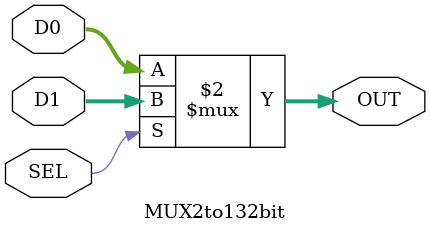
<source format=v>
`timescale 1ns / 1ps
module MUX2to132bit(D0, D1, OUT, SEL);
	input [31:0] D0, D1;
	input SEL;
	output [31:0] OUT;
	
	assign OUT = (SEL == 0) ? D0:D1;

endmodule

</source>
